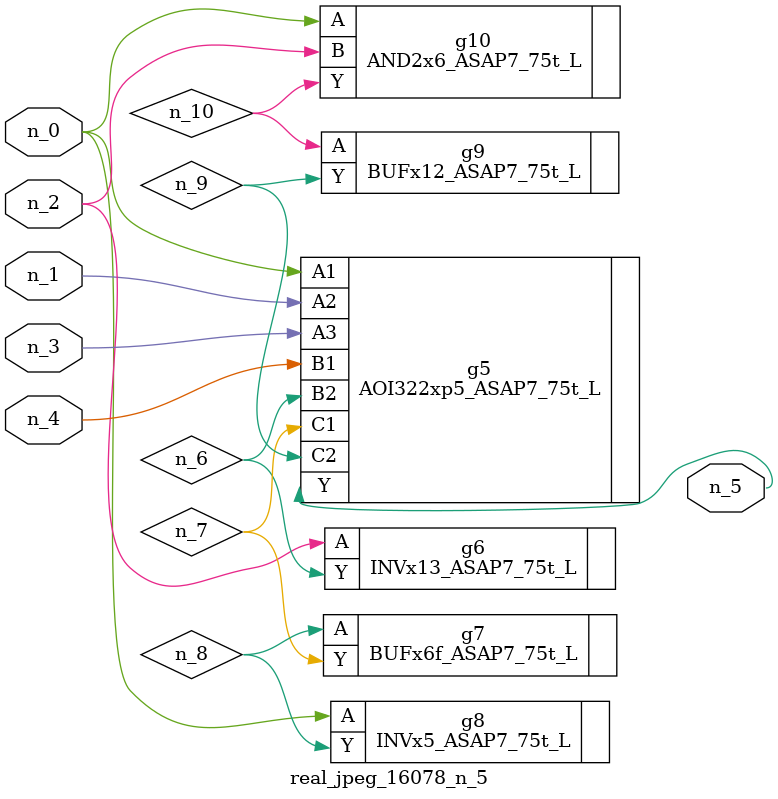
<source format=v>
module real_jpeg_16078_n_5 (n_4, n_0, n_1, n_2, n_3, n_5);

input n_4;
input n_0;
input n_1;
input n_2;
input n_3;

output n_5;

wire n_8;
wire n_6;
wire n_7;
wire n_10;
wire n_9;

AOI322xp5_ASAP7_75t_L g5 ( 
.A1(n_0),
.A2(n_1),
.A3(n_3),
.B1(n_4),
.B2(n_6),
.C1(n_7),
.C2(n_9),
.Y(n_5)
);

INVx5_ASAP7_75t_L g8 ( 
.A(n_0),
.Y(n_8)
);

AND2x6_ASAP7_75t_L g10 ( 
.A(n_0),
.B(n_2),
.Y(n_10)
);

INVx13_ASAP7_75t_L g6 ( 
.A(n_2),
.Y(n_6)
);

BUFx6f_ASAP7_75t_L g7 ( 
.A(n_8),
.Y(n_7)
);

BUFx12_ASAP7_75t_L g9 ( 
.A(n_10),
.Y(n_9)
);


endmodule
</source>
